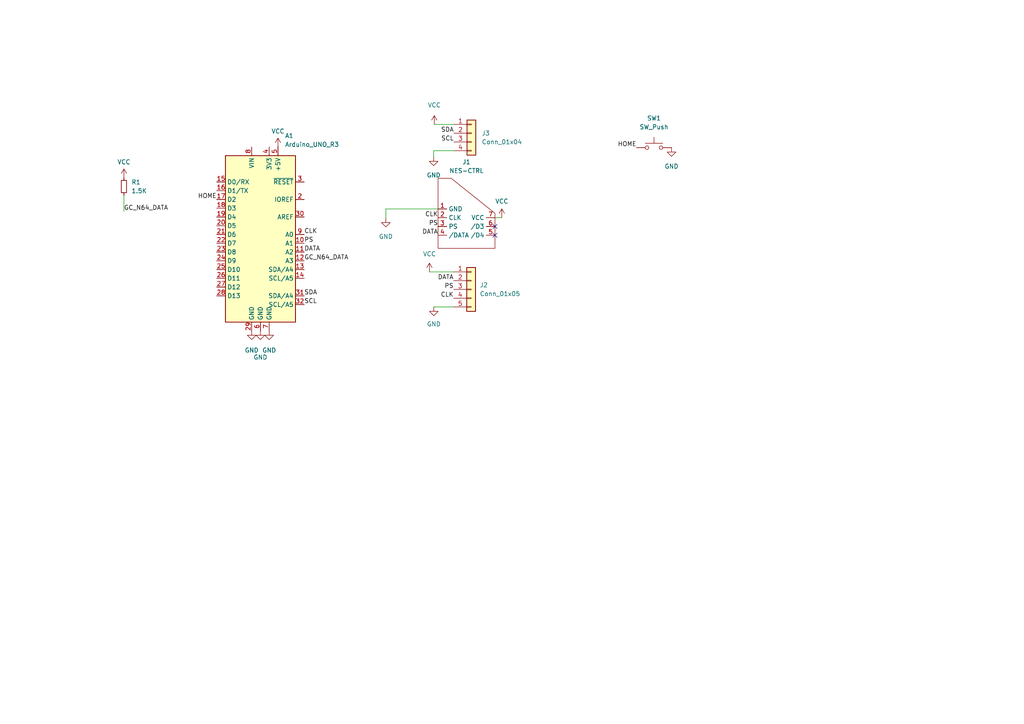
<source format=kicad_sch>
(kicad_sch (version 20211123) (generator eeschema)
  (paper "A4")
  (title_block (title "AS-EXTN-UNO-01") (date "2022-11-26") (rev "V1.0") (company "Akerasoft") (comment 1 "©Akerasoft 2022") (comment 2 "Engineer: Robert Kolski") (comment 3 "Open Source") (comment 4 "License: Creative Commons Attribution 4.0 International Public License"))
  (lib_symbols
    (symbol "Connector_Generic:Conn_01x04" (pin_names (offset 1.016) hide)
      (property "Reference" "J" (at 0 5.08 0))
      (property "Value" "Conn_01x04" (at 0 -7.62 0))
      (symbol "Conn_01x04_1_1"
        (rectangle (start -1.27 -4.953) (end 0 -5.207) (stroke (width 0.1524)))
        (rectangle (start -1.27 -2.413) (end 0 -2.667) (stroke (width 0.1524)))
        (rectangle (start -1.27 0.127) (end 0 -0.127) (stroke (width 0.1524)))
        (rectangle (start -1.27 2.667) (end 0 2.413) (stroke (width 0.1524)))
        (rectangle (start -1.27 3.81) (end 1.27 -6.35) (stroke (width 0.254)) (fill (type background)))
        (pin passive line (at -5.08 2.54 0) (length 3.81) (name "Pin_1") (number "1"))
        (pin passive line (at -5.08 0 0) (length 3.81) (name "Pin_2") (number "2"))
        (pin passive line (at -5.08 -2.54 0) (length 3.81) (name "Pin_3") (number "3"))
        (pin passive line (at -5.08 -5.08 0) (length 3.81) (name "Pin_4") (number "4"))
      )
    )
    (symbol "Connector_Generic:Conn_01x05" (pin_names (offset 1.016) hide)
      (property "Reference" "J" (at 0 7.62 0))
      (property "Value" "Conn_01x05" (at 0 -7.62 0))
      (symbol "Conn_01x05_1_1"
        (rectangle (start -1.27 -4.953) (end 0 -5.207) (stroke (width 0.1524)))
        (rectangle (start -1.27 -2.413) (end 0 -2.667) (stroke (width 0.1524)))
        (rectangle (start -1.27 0.127) (end 0 -0.127) (stroke (width 0.1524)))
        (rectangle (start -1.27 2.667) (end 0 2.413) (stroke (width 0.1524)))
        (rectangle (start -1.27 5.207) (end 0 4.953) (stroke (width 0.1524)))
        (rectangle (start -1.27 6.35) (end 1.27 -6.35) (stroke (width 0.254)) (fill (type background)))
        (pin passive line (at -5.08 5.08 0) (length 3.81) (name "Pin_1") (number "1"))
        (pin passive line (at -5.08 2.54 0) (length 3.81) (name "Pin_2") (number "2"))
        (pin passive line (at -5.08 0 0) (length 3.81) (name "Pin_3") (number "3"))
        (pin passive line (at -5.08 -2.54 0) (length 3.81) (name "Pin_4") (number "4"))
        (pin passive line (at -5.08 -5.08 0) (length 3.81) (name "Pin_5") (number "5"))
      )
    )
    (symbol "Device:R_Small" (pin_numbers hide) (pin_names (offset 0.254) hide)
      (property "Reference" "R" (at 0.762 0.508 0))
      (property "Value" "R_Small" (at 0.762 -1.016 0))
      (symbol "R_Small_0_1"
        (rectangle (start -0.762 1.778) (end 0.762 -1.778) (stroke (width 0.2032)))
      )
      (symbol "R_Small_1_1"
        (pin passive line (at 0 2.54 270) (length 0.762) (name "~") (number "1"))
        (pin passive line (at 0 -2.54 90) (length 0.762) (name "~") (number "2"))
      )
    )
    (symbol "MCU_Module:Arduino_UNO_R3"
      (property "Reference" "A" (at -10.16 23.495 0))
      (property "Value" "Arduino_UNO_R3" (at 5.08 -26.67 0))
      (symbol "Arduino_UNO_R3_0_1"
        (rectangle (start -10.16 22.86) (end 10.16 -25.4) (stroke (width 0.254)) (fill (type background)))
      )
      (symbol "Arduino_UNO_R3_1_1"
        (pin no_connect line (at -10.16 -20.32 0) (length 2.54) hide (name "NC") (number "1"))
        (pin bidirectional line (at 12.7 -2.54 180) (length 2.54) (name "A1") (number "10"))
        (pin bidirectional line (at 12.7 -5.08 180) (length 2.54) (name "A2") (number "11"))
        (pin bidirectional line (at 12.7 -7.62 180) (length 2.54) (name "A3") (number "12"))
        (pin bidirectional line (at 12.7 -10.16 180) (length 2.54) (name "SDA/A4") (number "13"))
        (pin bidirectional line (at 12.7 -12.7 180) (length 2.54) (name "SCL/A5") (number "14"))
        (pin bidirectional line (at -12.7 15.24 0) (length 2.54) (name "D0/RX") (number "15"))
        (pin bidirectional line (at -12.7 12.7 0) (length 2.54) (name "D1/TX") (number "16"))
        (pin bidirectional line (at -12.7 10.16 0) (length 2.54) (name "D2") (number "17"))
        (pin bidirectional line (at -12.7 7.62 0) (length 2.54) (name "D3") (number "18"))
        (pin bidirectional line (at -12.7 5.08 0) (length 2.54) (name "D4") (number "19"))
        (pin output line (at 12.7 10.16 180) (length 2.54) (name "IOREF") (number "2"))
        (pin bidirectional line (at -12.7 2.54 0) (length 2.54) (name "D5") (number "20"))
        (pin bidirectional line (at -12.7 0 0) (length 2.54) (name "D6") (number "21"))
        (pin bidirectional line (at -12.7 -2.54 0) (length 2.54) (name "D7") (number "22"))
        (pin bidirectional line (at -12.7 -5.08 0) (length 2.54) (name "D8") (number "23"))
        (pin bidirectional line (at -12.7 -7.62 0) (length 2.54) (name "D9") (number "24"))
        (pin bidirectional line (at -12.7 -10.16 0) (length 2.54) (name "D10") (number "25"))
        (pin bidirectional line (at -12.7 -12.7 0) (length 2.54) (name "D11") (number "26"))
        (pin bidirectional line (at -12.7 -15.24 0) (length 2.54) (name "D12") (number "27"))
        (pin bidirectional line (at -12.7 -17.78 0) (length 2.54) (name "D13") (number "28"))
        (pin power_in line (at -2.54 -27.94 90) (length 2.54) (name "GND") (number "29"))
        (pin input line (at 12.7 15.24 180) (length 2.54) (name "~{RESET}") (number "3"))
        (pin input line (at 12.7 5.08 180) (length 2.54) (name "AREF") (number "30"))
        (pin bidirectional line (at 12.7 -17.78 180) (length 2.54) (name "SDA/A4") (number "31"))
        (pin bidirectional line (at 12.7 -20.32 180) (length 2.54) (name "SCL/A5") (number "32"))
        (pin power_out line (at 2.54 25.4 270) (length 2.54) (name "3V3") (number "4"))
        (pin power_out line (at 5.08 25.4 270) (length 2.54) (name "+5V") (number "5"))
        (pin power_in line (at 0 -27.94 90) (length 2.54) (name "GND") (number "6"))
        (pin power_in line (at 2.54 -27.94 90) (length 2.54) (name "GND") (number "7"))
        (pin power_in line (at -2.54 25.4 270) (length 2.54) (name "VIN") (number "8"))
        (pin bidirectional line (at 12.7 0 180) (length 2.54) (name "A0") (number "9"))
      )
    )
    (symbol "New_Library:NES-CTRL"
      (property "Reference" "J" (at 6.35 12.7 0))
      (property "Value" "NES-CTRL" (at 8.89 10.16 0))
      (symbol "NES-CTRL_0_1"
        (polyline (pts (xy 0 8.89) (xy 0 -11.43) (xy 16.51 -11.43) (xy 16.51 -1.27) (xy 3.81 8.89) (xy 0 8.89)))
      )
      (symbol "NES-CTRL_1_1"
        (pin power_in line (at 0 0 0) (length 2.54) (name "GND") (number "1"))
        (pin input line (at 0 -2.54 0) (length 2.54) (name "CLK") (number "2"))
        (pin input line (at 0 -5.08 0) (length 2.54) (name "PS") (number "3"))
        (pin output line (at 0 -7.62 0) (length 2.54) (name "/DATA") (number "4"))
        (pin output line (at 16.51 -7.62 180) (length 2.54) (name "/D4") (number "5"))
        (pin output line (at 16.51 -5.08 180) (length 2.54) (name "/D3") (number "6"))
        (pin power_in line (at 16.51 -2.54 180) (length 2.54) (name "VCC") (number "7"))
      )
    )
    (symbol "Switch:SW_Push" (pin_numbers hide) (pin_names (offset 1.016) hide)
      (property "Reference" "SW" (at 1.27 2.54 0))
      (property "Value" "SW_Push" (at 0 -1.524 0))
      (symbol "SW_Push_0_1"
        (circle (center -2.032 0) (radius 0.508))
        (polyline (pts (xy 0 1.27) (xy 0 3.048)))
        (polyline (pts (xy 2.54 1.27) (xy -2.54 1.27)))
        (circle (center 2.032 0) (radius 0.508))
        (pin passive line (at -5.08 0 0) (length 2.54) (name "1") (number "1"))
        (pin passive line (at 5.08 0 180) (length 2.54) (name "2") (number "2"))
      )
    )
    (symbol "power:GND" (power) (pin_names (offset 0))
      (property "Value" "GND" (at 0 -3.81 0))
      (symbol "GND_0_1"
        (polyline (pts (xy 0 0) (xy 0 -1.27) (xy 1.27 -1.27) (xy 0 -2.54) (xy -1.27 -1.27) (xy 0 -1.27)))
      )
      (symbol "GND_1_1"
        (pin power_in line (at 0 0 270) (length 0) hide (name "GND") (number "1"))
      )
    )
    (symbol "power:VCC" (power) (pin_names (offset 0))
      (property "Value" "VCC" (at 0 3.81 0))
      (symbol "VCC_0_1"
        (polyline (pts (xy -0.762 1.27) (xy 0 2.54)))
        (polyline (pts (xy 0 0) (xy 0 2.54)))
        (polyline (pts (xy 0 2.54) (xy 0.762 1.27)))
      )
      (symbol "VCC_1_1"
        (pin power_in line (at 0 0 90) (length 0) hide (name "VCC") (number "1"))
      )
    )
  )
  (no_connect (at 143.5608 65.6844))
  (no_connect (at 143.5608 68.2244))
  (wire (pts (xy 124.5616 78.867) (xy 131.572 78.867)))
  (wire (pts (xy 125.9586 36.0934) (xy 131.6482 36.0934)))
  (wire (pts (xy 125.7808 43.7134) (xy 125.7808 45.5168)))
  (wire (pts (xy 35.941 61.2902) (xy 35.941 56.642)))
  (wire (pts (xy 125.8316 89.027) (xy 131.572 89.027)))
  (wire (pts (xy 131.6482 43.7134) (xy 125.7808 43.7134)))
  (wire (pts (xy 111.9124 60.6044) (xy 111.9124 63.2714)))
  (wire (pts (xy 143.5608 63.1444) (xy 145.542 63.1444)))
  (wire (pts (xy 127.0508 60.6044) (xy 111.9124 60.6044)))
  (label "CLK" (at 127.0508 63.1444 180))
  (label "SDA" (at 131.6482 38.6334 180))
  (label "CLK" (at 131.572 86.487 180))
  (label "GC_N64_DATA" (at 35.941 61.2902 0))
  (label "PS" (at 127.0508 65.6844 180))
  (label "DATA" (at 131.572 81.407 180))
  (label "HOME" (at 62.8396 57.8612 180))
  (label "SCL" (at 131.6482 41.1734 180))
  (label "DATA" (at 127.0508 68.2244 180))
  (label "DATA" (at 88.2396 73.1012 0))
  (label "SDA" (at 88.2396 85.8012 0))
  (label "SCL" (at 88.2396 88.3412 0))
  (label "GC_N64_DATA" (at 88.2396 75.6412 0))
  (label "PS" (at 88.2396 70.5612 0))
  (label "CLK" (at 88.2396 68.0212 0))
  (label "PS" (at 131.572 83.947 180))
  (label "HOME" (at 184.6072 42.8244 180))
  (symbol (lib_id "power:GND") (at 78.0796 95.9612 0) (unit 1)
    (property "Reference" "#PWR03" (effects hide))
    (property "Value" "GND" (at 78.0796 101.6 0))
  )
  (symbol (lib_id "power:VCC") (at 35.941 51.562 0) (unit 1)
    (property "Reference" "#PWR011" (effects hide))
    (property "Value" "VCC" (at 35.941 46.99 0))
  )
  (symbol (lib_id "power:GND") (at 111.9124 63.2714 0) (unit 1)
    (property "Reference" "#PWR05" (effects hide))
    (property "Value" "GND" (at 111.9124 68.6054 0))
  )
  (symbol (lib_id "power:VCC") (at 125.9586 36.0934 0) (unit 1)
    (property "Reference" "#PWR09" (effects hide))
    (property "Value" "VCC" (at 125.9586 30.48 0))
  )
  (symbol (lib_id "power:GND") (at 72.9996 95.9612 0) (unit 1)
    (property "Reference" "#PWR01" (effects hide))
    (property "Value" "GND" (at 72.9996 101.6 0))
  )
  (symbol (lib_id "power:GND") (at 125.7808 45.5168 0) (unit 1)
    (property "Reference" "#PWR07" (effects hide))
    (property "Value" "GND" (at 125.7808 50.8 0))
  )
  (symbol (lib_id "MCU_Module:Arduino_UNO_R3") (at 75.5396 68.0212 0) (unit 1)
    (property "Reference" "A1" (at 82.639 39.37 0) (effects (justify left)))
    (property "Value" "Arduino_UNO_R3" (at 82.639 41.91 0) (effects (justify left)))
    (property "Footprint" "Module:Arduino_UNO_R3" (effects hide))
    (property "Datasheet" "https://www.arduino.cc/en/Main/arduinoBoardUno" (effects hide))
  )
  (symbol (lib_id "Connector_Generic:Conn_01x04") (at 136.7282 38.6334 0) (unit 1)
    (property "Reference" "J3" (at 139.7 38.6333 0) (effects (justify left)))
    (property "Value" "Conn_01x04" (at 139.7 41.1733 0) (effects (justify left)))
    (property "Footprint" "Connector_JST:JST_XH_B4B-XH-A_1x04_P2.50mm_Vertical" (effects hide))
  )
  (symbol (lib_id "power:VCC") (at 80.6196 42.6212 0) (unit 1)
    (property "Reference" "#PWR04" (effects hide))
    (property "Value" "VCC" (at 80.6196 38.0746 0))
  )
  (symbol (lib_id "Device:R_Small") (at 35.941 54.102 0) (unit 1)
    (property "Reference" "R1" (at 38.1 52.8319 0) (effects (justify left)))
    (property "Value" "1.5K" (at 38.1 55.3719 0) (effects (justify left)))
    (property "Footprint" "Resistor_THT:R_Axial_DIN0207_L6.3mm_D2.5mm_P7.62mm_Horizontal" (effects hide))
  )
  (symbol (lib_id "power:GND") (at 125.8316 89.027 0) (unit 1)
    (property "Reference" "#PWR08" (effects hide))
    (property "Value" "GND" (at 125.8316 93.98 0))
  )
  (symbol (lib_id "power:GND") (at 75.5396 95.9612 0) (unit 1)
    (property "Reference" "#PWR02" (effects hide))
    (property "Value" "GND" (at 75.5396 103.632 0))
  )
  (symbol (lib_id "power:GND") (at 194.7672 42.8244 0) (unit 1)
    (property "Reference" "#PWR012" (effects hide))
    (property "Value" "GND" (at 194.7672 48.26 0))
  )
  (symbol (lib_id "New_Library:NES-CTRL") (at 127.0508 60.6044 0) (unit 1)
    (property "Reference" "J1" (at 135.3058 46.99 0))
    (property "Value" "NES-CTRL" (at 135.3058 49.53 0))
    (property "Footprint" "Library:NES controller port 180" (effects hide))
  )
  (symbol (lib_id "power:VCC") (at 145.542 63.1444 0) (unit 1)
    (property "Reference" "#PWR010" (effects hide))
    (property "Value" "VCC" (at 145.542 58.3946 0))
  )
  (symbol (lib_id "Switch:SW_Push") (at 189.6872 42.8244 0) (unit 1)
    (property "Reference" "SW1" (at 189.6872 34.29 0))
    (property "Value" "SW_Push" (at 189.6872 36.83 0))
    (property "Footprint" "Button_Switch_THT:SW_PUSH_6mm_H4.3mm" (effects hide))
  )
  (symbol (lib_id "Connector_Generic:Conn_01x05") (at 136.652 83.947 0) (unit 1)
    (property "Reference" "J2" (at 139.1412 82.6769 0) (effects (justify left)))
    (property "Value" "Conn_01x05" (at 139.1412 85.2169 0) (effects (justify left)))
    (property "Footprint" "Connector_JST:JST_XH_B5B-XH-A_1x05_P2.50mm_Vertical" (effects hide))
  )
  (symbol (lib_id "power:VCC") (at 124.5616 78.867 0) (unit 1)
    (property "Reference" "#PWR06" (effects hide))
    (property "Value" "VCC" (at 124.5616 73.66 0))
  )
)
</source>
